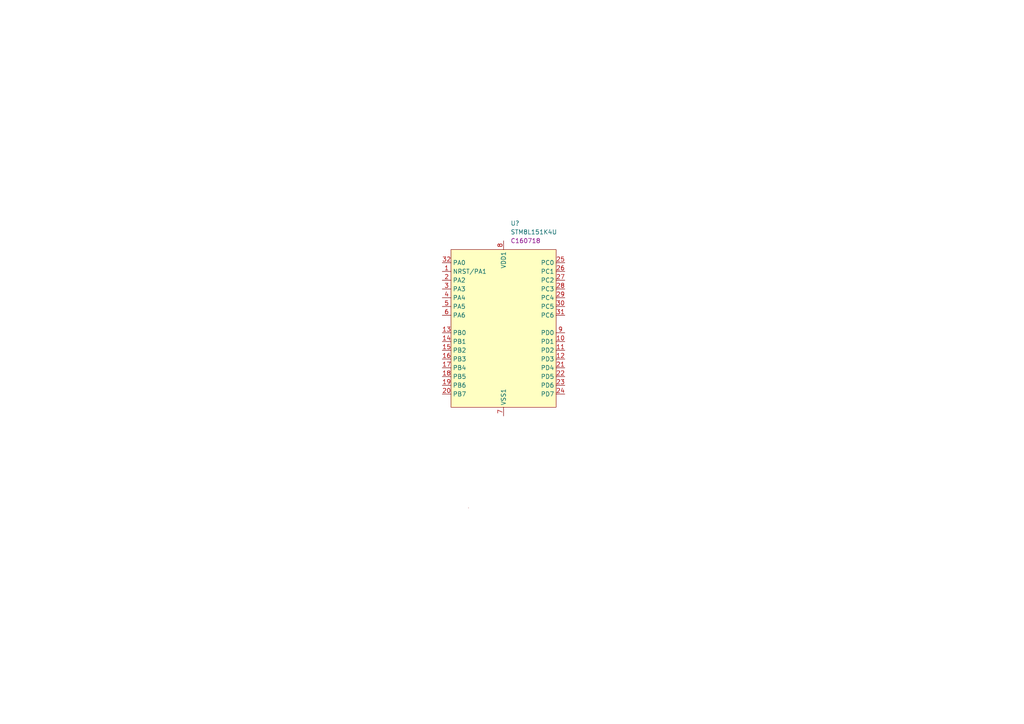
<source format=kicad_sch>
(kicad_sch (version 20211123) (generator eeschema)
  (paper "A4")
  (lib_symbols
    (symbol "a2bikelight:STM8L151K4U"
      (property "Reference" "U" (at -6.35 26.035 0))
      (property "Value" "STM8L151K4U" (at -6.35 24.13 0))
      (property "LCSC" "C160718" (at 0 0 0))
      (symbol "STM8L151K4U_0_0"
        (pin bidirectional line (at -17.78 15.24 0) (length 2.54) (name "NRST/PA1") (number "1"))
        (pin bidirectional line (at 17.78 -5.08 180) (length 2.54) (name "PD1") (number "10"))
        (pin bidirectional line (at 17.78 -7.62 180) (length 2.54) (name "PD2") (number "11"))
        (pin bidirectional line (at 17.78 -10.16 180) (length 2.54) (name "PD3") (number "12"))
        (pin bidirectional line (at -17.78 -2.54 0) (length 2.54) (name "PB0") (number "13"))
        (pin bidirectional line (at -17.78 -5.08 0) (length 2.54) (name "PB1") (number "14"))
        (pin bidirectional line (at -17.78 -7.62 0) (length 2.54) (name "PB2") (number "15"))
        (pin bidirectional line (at -17.78 -10.16 0) (length 2.54) (name "PB3") (number "16"))
        (pin bidirectional line (at -17.78 -12.7 0) (length 2.54) (name "PB4") (number "17"))
        (pin bidirectional line (at -17.78 -15.24 0) (length 2.54) (name "PB5") (number "18"))
        (pin bidirectional line (at -17.78 -17.78 0) (length 2.54) (name "PB6") (number "19"))
        (pin bidirectional line (at -17.78 12.7 0) (length 2.54) (name "PA2") (number "2"))
        (pin bidirectional line (at -17.78 -20.32 0) (length 2.54) (name "PB7") (number "20"))
        (pin bidirectional line (at 17.78 -12.7 180) (length 2.54) (name "PD4") (number "21"))
        (pin bidirectional line (at 17.78 -15.24 180) (length 2.54) (name "PD5") (number "22"))
        (pin bidirectional line (at 17.78 -17.78 180) (length 2.54) (name "PD6") (number "23"))
        (pin bidirectional line (at 17.78 -20.32 180) (length 2.54) (name "PD7") (number "24"))
        (pin bidirectional line (at 17.78 17.78 180) (length 2.54) (name "PC0") (number "25"))
        (pin bidirectional line (at 17.78 15.24 180) (length 2.54) (name "PC1") (number "26"))
        (pin bidirectional line (at 17.78 12.7 180) (length 2.54) (name "PC2") (number "27"))
        (pin bidirectional line (at 17.78 10.16 180) (length 2.54) (name "PC3") (number "28"))
        (pin bidirectional line (at 17.78 7.62 180) (length 2.54) (name "PC4") (number "29"))
        (pin bidirectional line (at -17.78 10.16 0) (length 2.54) (name "PA3") (number "3"))
        (pin bidirectional line (at 17.78 5.08 180) (length 2.54) (name "PC5") (number "30"))
        (pin bidirectional line (at 17.78 2.54 180) (length 2.54) (name "PC6") (number "31"))
        (pin bidirectional line (at -17.78 17.78 0) (length 2.54) (name "PA0") (number "32"))
        (pin bidirectional line (at -17.78 7.62 0) (length 2.54) (name "PA4") (number "4"))
        (pin bidirectional line (at -17.78 5.08 0) (length 2.54) (name "PA5") (number "5"))
        (pin bidirectional line (at -17.78 2.54 0) (length 2.54) (name "PA6") (number "6"))
        (pin power_in line (at 0 -26.67 90) (length 2.54) (name "VSS1") (number "7"))
        (pin power_in line (at 0 24.13 270) (length 2.54) (name "VDD1") (number "8"))
        (pin bidirectional line (at 17.78 -2.54 180) (length 2.54) (name "PD0") (number "9"))
      )
      (symbol "STM8L151K4U_0_1"
        (rectangle (start -15.24 21.59) (end 15.24 -24.13) (fill (type background)))
        (rectangle (start -10.16 -53.34) (end -10.16 -53.34) (stroke (width 0.1524)))
      )
    )
  )
  (symbol (lib_id "a2bikelight:STM8L151K4U") (at 146.05 93.98 0) (unit 1)
    (property "Reference" "U?" (at 148.0694 64.77 0) (effects (justify left)))
    (property "Value" "STM8L151K4U" (at 148.0694 67.31 0) (effects (justify left)))
    (property "Footprint" "a2bikelight:UFQFPN-32_5x5_Pitch0.5mm" (effects hide))
    (property "LCSC" "C160718" (at 148.0694 69.85 0) (effects (justify left)))
  )
)
</source>
